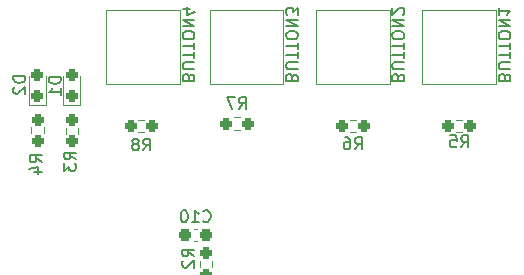
<source format=gbo>
%TF.GenerationSoftware,KiCad,Pcbnew,(7.0.0)*%
%TF.CreationDate,2023-05-09T15:07:27+03:00*%
%TF.ProjectId,IoT_sulari,496f545f-7375-46c6-9172-692e6b696361,rev?*%
%TF.SameCoordinates,Original*%
%TF.FileFunction,Legend,Bot*%
%TF.FilePolarity,Positive*%
%FSLAX46Y46*%
G04 Gerber Fmt 4.6, Leading zero omitted, Abs format (unit mm)*
G04 Created by KiCad (PCBNEW (7.0.0)) date 2023-05-09 15:07:27*
%MOMM*%
%LPD*%
G01*
G04 APERTURE LIST*
G04 Aperture macros list*
%AMRoundRect*
0 Rectangle with rounded corners*
0 $1 Rounding radius*
0 $2 $3 $4 $5 $6 $7 $8 $9 X,Y pos of 4 corners*
0 Add a 4 corners polygon primitive as box body*
4,1,4,$2,$3,$4,$5,$6,$7,$8,$9,$2,$3,0*
0 Add four circle primitives for the rounded corners*
1,1,$1+$1,$2,$3*
1,1,$1+$1,$4,$5*
1,1,$1+$1,$6,$7*
1,1,$1+$1,$8,$9*
0 Add four rect primitives between the rounded corners*
20,1,$1+$1,$2,$3,$4,$5,0*
20,1,$1+$1,$4,$5,$6,$7,0*
20,1,$1+$1,$6,$7,$8,$9,0*
20,1,$1+$1,$8,$9,$2,$3,0*%
G04 Aperture macros list end*
%ADD10C,0.153000*%
%ADD11C,0.120000*%
%ADD12C,0.800000*%
%ADD13C,6.400000*%
%ADD14RoundRect,0.237500X-0.237500X0.250000X-0.237500X-0.250000X0.237500X-0.250000X0.237500X0.250000X0*%
%ADD15RoundRect,0.237500X-0.250000X-0.237500X0.250000X-0.237500X0.250000X0.237500X-0.250000X0.237500X0*%
%ADD16RoundRect,0.237500X0.250000X0.237500X-0.250000X0.237500X-0.250000X-0.237500X0.250000X-0.237500X0*%
%ADD17RoundRect,0.237500X0.237500X-0.287500X0.237500X0.287500X-0.237500X0.287500X-0.237500X-0.287500X0*%
%ADD18R,0.761200X1.512799*%
%ADD19RoundRect,0.237500X0.300000X0.237500X-0.300000X0.237500X-0.300000X-0.237500X0.300000X-0.237500X0*%
G04 APERTURE END LIST*
D10*
X108017886Y-43552771D02*
X107970267Y-43409914D01*
X107970267Y-43409914D02*
X107922648Y-43362295D01*
X107922648Y-43362295D02*
X107827410Y-43314676D01*
X107827410Y-43314676D02*
X107684553Y-43314676D01*
X107684553Y-43314676D02*
X107589315Y-43362295D01*
X107589315Y-43362295D02*
X107541696Y-43409914D01*
X107541696Y-43409914D02*
X107494077Y-43505152D01*
X107494077Y-43505152D02*
X107494077Y-43886104D01*
X107494077Y-43886104D02*
X108494077Y-43886104D01*
X108494077Y-43886104D02*
X108494077Y-43552771D01*
X108494077Y-43552771D02*
X108446458Y-43457533D01*
X108446458Y-43457533D02*
X108398838Y-43409914D01*
X108398838Y-43409914D02*
X108303600Y-43362295D01*
X108303600Y-43362295D02*
X108208362Y-43362295D01*
X108208362Y-43362295D02*
X108113124Y-43409914D01*
X108113124Y-43409914D02*
X108065505Y-43457533D01*
X108065505Y-43457533D02*
X108017886Y-43552771D01*
X108017886Y-43552771D02*
X108017886Y-43886104D01*
X108494077Y-42886104D02*
X107684553Y-42886104D01*
X107684553Y-42886104D02*
X107589315Y-42838485D01*
X107589315Y-42838485D02*
X107541696Y-42790866D01*
X107541696Y-42790866D02*
X107494077Y-42695628D01*
X107494077Y-42695628D02*
X107494077Y-42505152D01*
X107494077Y-42505152D02*
X107541696Y-42409914D01*
X107541696Y-42409914D02*
X107589315Y-42362295D01*
X107589315Y-42362295D02*
X107684553Y-42314676D01*
X107684553Y-42314676D02*
X108494077Y-42314676D01*
X108494077Y-41981342D02*
X108494077Y-41409914D01*
X107494077Y-41695628D02*
X108494077Y-41695628D01*
X108494077Y-41219437D02*
X108494077Y-40648009D01*
X107494077Y-40933723D02*
X108494077Y-40933723D01*
X108494077Y-40124199D02*
X108494077Y-39933723D01*
X108494077Y-39933723D02*
X108446458Y-39838485D01*
X108446458Y-39838485D02*
X108351219Y-39743247D01*
X108351219Y-39743247D02*
X108160743Y-39695628D01*
X108160743Y-39695628D02*
X107827410Y-39695628D01*
X107827410Y-39695628D02*
X107636934Y-39743247D01*
X107636934Y-39743247D02*
X107541696Y-39838485D01*
X107541696Y-39838485D02*
X107494077Y-39933723D01*
X107494077Y-39933723D02*
X107494077Y-40124199D01*
X107494077Y-40124199D02*
X107541696Y-40219437D01*
X107541696Y-40219437D02*
X107636934Y-40314675D01*
X107636934Y-40314675D02*
X107827410Y-40362294D01*
X107827410Y-40362294D02*
X108160743Y-40362294D01*
X108160743Y-40362294D02*
X108351219Y-40314675D01*
X108351219Y-40314675D02*
X108446458Y-40219437D01*
X108446458Y-40219437D02*
X108494077Y-40124199D01*
X107494077Y-39267056D02*
X108494077Y-39267056D01*
X108494077Y-39267056D02*
X107494077Y-38695628D01*
X107494077Y-38695628D02*
X108494077Y-38695628D01*
X108160743Y-37790866D02*
X107494077Y-37790866D01*
X108541696Y-38028961D02*
X107827410Y-38267056D01*
X107827410Y-38267056D02*
X107827410Y-37648009D01*
X116770386Y-43552771D02*
X116722767Y-43409914D01*
X116722767Y-43409914D02*
X116675148Y-43362295D01*
X116675148Y-43362295D02*
X116579910Y-43314676D01*
X116579910Y-43314676D02*
X116437053Y-43314676D01*
X116437053Y-43314676D02*
X116341815Y-43362295D01*
X116341815Y-43362295D02*
X116294196Y-43409914D01*
X116294196Y-43409914D02*
X116246577Y-43505152D01*
X116246577Y-43505152D02*
X116246577Y-43886104D01*
X116246577Y-43886104D02*
X117246577Y-43886104D01*
X117246577Y-43886104D02*
X117246577Y-43552771D01*
X117246577Y-43552771D02*
X117198958Y-43457533D01*
X117198958Y-43457533D02*
X117151338Y-43409914D01*
X117151338Y-43409914D02*
X117056100Y-43362295D01*
X117056100Y-43362295D02*
X116960862Y-43362295D01*
X116960862Y-43362295D02*
X116865624Y-43409914D01*
X116865624Y-43409914D02*
X116818005Y-43457533D01*
X116818005Y-43457533D02*
X116770386Y-43552771D01*
X116770386Y-43552771D02*
X116770386Y-43886104D01*
X117246577Y-42886104D02*
X116437053Y-42886104D01*
X116437053Y-42886104D02*
X116341815Y-42838485D01*
X116341815Y-42838485D02*
X116294196Y-42790866D01*
X116294196Y-42790866D02*
X116246577Y-42695628D01*
X116246577Y-42695628D02*
X116246577Y-42505152D01*
X116246577Y-42505152D02*
X116294196Y-42409914D01*
X116294196Y-42409914D02*
X116341815Y-42362295D01*
X116341815Y-42362295D02*
X116437053Y-42314676D01*
X116437053Y-42314676D02*
X117246577Y-42314676D01*
X117246577Y-41981342D02*
X117246577Y-41409914D01*
X116246577Y-41695628D02*
X117246577Y-41695628D01*
X117246577Y-41219437D02*
X117246577Y-40648009D01*
X116246577Y-40933723D02*
X117246577Y-40933723D01*
X117246577Y-40124199D02*
X117246577Y-39933723D01*
X117246577Y-39933723D02*
X117198958Y-39838485D01*
X117198958Y-39838485D02*
X117103719Y-39743247D01*
X117103719Y-39743247D02*
X116913243Y-39695628D01*
X116913243Y-39695628D02*
X116579910Y-39695628D01*
X116579910Y-39695628D02*
X116389434Y-39743247D01*
X116389434Y-39743247D02*
X116294196Y-39838485D01*
X116294196Y-39838485D02*
X116246577Y-39933723D01*
X116246577Y-39933723D02*
X116246577Y-40124199D01*
X116246577Y-40124199D02*
X116294196Y-40219437D01*
X116294196Y-40219437D02*
X116389434Y-40314675D01*
X116389434Y-40314675D02*
X116579910Y-40362294D01*
X116579910Y-40362294D02*
X116913243Y-40362294D01*
X116913243Y-40362294D02*
X117103719Y-40314675D01*
X117103719Y-40314675D02*
X117198958Y-40219437D01*
X117198958Y-40219437D02*
X117246577Y-40124199D01*
X116246577Y-39267056D02*
X117246577Y-39267056D01*
X117246577Y-39267056D02*
X116246577Y-38695628D01*
X116246577Y-38695628D02*
X117246577Y-38695628D01*
X117246577Y-38314675D02*
X117246577Y-37695628D01*
X117246577Y-37695628D02*
X116865624Y-38028961D01*
X116865624Y-38028961D02*
X116865624Y-37886104D01*
X116865624Y-37886104D02*
X116818005Y-37790866D01*
X116818005Y-37790866D02*
X116770386Y-37743247D01*
X116770386Y-37743247D02*
X116675148Y-37695628D01*
X116675148Y-37695628D02*
X116437053Y-37695628D01*
X116437053Y-37695628D02*
X116341815Y-37743247D01*
X116341815Y-37743247D02*
X116294196Y-37790866D01*
X116294196Y-37790866D02*
X116246577Y-37886104D01*
X116246577Y-37886104D02*
X116246577Y-38171818D01*
X116246577Y-38171818D02*
X116294196Y-38267056D01*
X116294196Y-38267056D02*
X116341815Y-38314675D01*
X134770386Y-43552771D02*
X134722767Y-43409914D01*
X134722767Y-43409914D02*
X134675148Y-43362295D01*
X134675148Y-43362295D02*
X134579910Y-43314676D01*
X134579910Y-43314676D02*
X134437053Y-43314676D01*
X134437053Y-43314676D02*
X134341815Y-43362295D01*
X134341815Y-43362295D02*
X134294196Y-43409914D01*
X134294196Y-43409914D02*
X134246577Y-43505152D01*
X134246577Y-43505152D02*
X134246577Y-43886104D01*
X134246577Y-43886104D02*
X135246577Y-43886104D01*
X135246577Y-43886104D02*
X135246577Y-43552771D01*
X135246577Y-43552771D02*
X135198958Y-43457533D01*
X135198958Y-43457533D02*
X135151338Y-43409914D01*
X135151338Y-43409914D02*
X135056100Y-43362295D01*
X135056100Y-43362295D02*
X134960862Y-43362295D01*
X134960862Y-43362295D02*
X134865624Y-43409914D01*
X134865624Y-43409914D02*
X134818005Y-43457533D01*
X134818005Y-43457533D02*
X134770386Y-43552771D01*
X134770386Y-43552771D02*
X134770386Y-43886104D01*
X135246577Y-42886104D02*
X134437053Y-42886104D01*
X134437053Y-42886104D02*
X134341815Y-42838485D01*
X134341815Y-42838485D02*
X134294196Y-42790866D01*
X134294196Y-42790866D02*
X134246577Y-42695628D01*
X134246577Y-42695628D02*
X134246577Y-42505152D01*
X134246577Y-42505152D02*
X134294196Y-42409914D01*
X134294196Y-42409914D02*
X134341815Y-42362295D01*
X134341815Y-42362295D02*
X134437053Y-42314676D01*
X134437053Y-42314676D02*
X135246577Y-42314676D01*
X135246577Y-41981342D02*
X135246577Y-41409914D01*
X134246577Y-41695628D02*
X135246577Y-41695628D01*
X135246577Y-41219437D02*
X135246577Y-40648009D01*
X134246577Y-40933723D02*
X135246577Y-40933723D01*
X135246577Y-40124199D02*
X135246577Y-39933723D01*
X135246577Y-39933723D02*
X135198958Y-39838485D01*
X135198958Y-39838485D02*
X135103719Y-39743247D01*
X135103719Y-39743247D02*
X134913243Y-39695628D01*
X134913243Y-39695628D02*
X134579910Y-39695628D01*
X134579910Y-39695628D02*
X134389434Y-39743247D01*
X134389434Y-39743247D02*
X134294196Y-39838485D01*
X134294196Y-39838485D02*
X134246577Y-39933723D01*
X134246577Y-39933723D02*
X134246577Y-40124199D01*
X134246577Y-40124199D02*
X134294196Y-40219437D01*
X134294196Y-40219437D02*
X134389434Y-40314675D01*
X134389434Y-40314675D02*
X134579910Y-40362294D01*
X134579910Y-40362294D02*
X134913243Y-40362294D01*
X134913243Y-40362294D02*
X135103719Y-40314675D01*
X135103719Y-40314675D02*
X135198958Y-40219437D01*
X135198958Y-40219437D02*
X135246577Y-40124199D01*
X134246577Y-39267056D02*
X135246577Y-39267056D01*
X135246577Y-39267056D02*
X134246577Y-38695628D01*
X134246577Y-38695628D02*
X135246577Y-38695628D01*
X134246577Y-37695628D02*
X134246577Y-38267056D01*
X134246577Y-37981342D02*
X135246577Y-37981342D01*
X135246577Y-37981342D02*
X135103719Y-38076580D01*
X135103719Y-38076580D02*
X135008481Y-38171818D01*
X135008481Y-38171818D02*
X134960862Y-38267056D01*
X125770386Y-43552771D02*
X125722767Y-43409914D01*
X125722767Y-43409914D02*
X125675148Y-43362295D01*
X125675148Y-43362295D02*
X125579910Y-43314676D01*
X125579910Y-43314676D02*
X125437053Y-43314676D01*
X125437053Y-43314676D02*
X125341815Y-43362295D01*
X125341815Y-43362295D02*
X125294196Y-43409914D01*
X125294196Y-43409914D02*
X125246577Y-43505152D01*
X125246577Y-43505152D02*
X125246577Y-43886104D01*
X125246577Y-43886104D02*
X126246577Y-43886104D01*
X126246577Y-43886104D02*
X126246577Y-43552771D01*
X126246577Y-43552771D02*
X126198958Y-43457533D01*
X126198958Y-43457533D02*
X126151338Y-43409914D01*
X126151338Y-43409914D02*
X126056100Y-43362295D01*
X126056100Y-43362295D02*
X125960862Y-43362295D01*
X125960862Y-43362295D02*
X125865624Y-43409914D01*
X125865624Y-43409914D02*
X125818005Y-43457533D01*
X125818005Y-43457533D02*
X125770386Y-43552771D01*
X125770386Y-43552771D02*
X125770386Y-43886104D01*
X126246577Y-42886104D02*
X125437053Y-42886104D01*
X125437053Y-42886104D02*
X125341815Y-42838485D01*
X125341815Y-42838485D02*
X125294196Y-42790866D01*
X125294196Y-42790866D02*
X125246577Y-42695628D01*
X125246577Y-42695628D02*
X125246577Y-42505152D01*
X125246577Y-42505152D02*
X125294196Y-42409914D01*
X125294196Y-42409914D02*
X125341815Y-42362295D01*
X125341815Y-42362295D02*
X125437053Y-42314676D01*
X125437053Y-42314676D02*
X126246577Y-42314676D01*
X126246577Y-41981342D02*
X126246577Y-41409914D01*
X125246577Y-41695628D02*
X126246577Y-41695628D01*
X126246577Y-41219437D02*
X126246577Y-40648009D01*
X125246577Y-40933723D02*
X126246577Y-40933723D01*
X126246577Y-40124199D02*
X126246577Y-39933723D01*
X126246577Y-39933723D02*
X126198958Y-39838485D01*
X126198958Y-39838485D02*
X126103719Y-39743247D01*
X126103719Y-39743247D02*
X125913243Y-39695628D01*
X125913243Y-39695628D02*
X125579910Y-39695628D01*
X125579910Y-39695628D02*
X125389434Y-39743247D01*
X125389434Y-39743247D02*
X125294196Y-39838485D01*
X125294196Y-39838485D02*
X125246577Y-39933723D01*
X125246577Y-39933723D02*
X125246577Y-40124199D01*
X125246577Y-40124199D02*
X125294196Y-40219437D01*
X125294196Y-40219437D02*
X125389434Y-40314675D01*
X125389434Y-40314675D02*
X125579910Y-40362294D01*
X125579910Y-40362294D02*
X125913243Y-40362294D01*
X125913243Y-40362294D02*
X126103719Y-40314675D01*
X126103719Y-40314675D02*
X126198958Y-40219437D01*
X126198958Y-40219437D02*
X126246577Y-40124199D01*
X125246577Y-39267056D02*
X126246577Y-39267056D01*
X126246577Y-39267056D02*
X125246577Y-38695628D01*
X125246577Y-38695628D02*
X126246577Y-38695628D01*
X126151338Y-38267056D02*
X126198958Y-38219437D01*
X126198958Y-38219437D02*
X126246577Y-38124199D01*
X126246577Y-38124199D02*
X126246577Y-37886104D01*
X126246577Y-37886104D02*
X126198958Y-37790866D01*
X126198958Y-37790866D02*
X126151338Y-37743247D01*
X126151338Y-37743247D02*
X126056100Y-37695628D01*
X126056100Y-37695628D02*
X125960862Y-37695628D01*
X125960862Y-37695628D02*
X125818005Y-37743247D01*
X125818005Y-37743247D02*
X125246577Y-38314675D01*
X125246577Y-38314675D02*
X125246577Y-37695628D01*
%TO.C,R2*%
X108467380Y-58733333D02*
X107991190Y-58400000D01*
X108467380Y-58161905D02*
X107467380Y-58161905D01*
X107467380Y-58161905D02*
X107467380Y-58542857D01*
X107467380Y-58542857D02*
X107515000Y-58638095D01*
X107515000Y-58638095D02*
X107562619Y-58685714D01*
X107562619Y-58685714D02*
X107657857Y-58733333D01*
X107657857Y-58733333D02*
X107800714Y-58733333D01*
X107800714Y-58733333D02*
X107895952Y-58685714D01*
X107895952Y-58685714D02*
X107943571Y-58638095D01*
X107943571Y-58638095D02*
X107991190Y-58542857D01*
X107991190Y-58542857D02*
X107991190Y-58161905D01*
X107562619Y-59114286D02*
X107515000Y-59161905D01*
X107515000Y-59161905D02*
X107467380Y-59257143D01*
X107467380Y-59257143D02*
X107467380Y-59495238D01*
X107467380Y-59495238D02*
X107515000Y-59590476D01*
X107515000Y-59590476D02*
X107562619Y-59638095D01*
X107562619Y-59638095D02*
X107657857Y-59685714D01*
X107657857Y-59685714D02*
X107753095Y-59685714D01*
X107753095Y-59685714D02*
X107895952Y-59638095D01*
X107895952Y-59638095D02*
X108467380Y-59066667D01*
X108467380Y-59066667D02*
X108467380Y-59685714D01*
%TO.C,R8*%
X104166666Y-49767380D02*
X104499999Y-49291190D01*
X104738094Y-49767380D02*
X104738094Y-48767380D01*
X104738094Y-48767380D02*
X104357142Y-48767380D01*
X104357142Y-48767380D02*
X104261904Y-48815000D01*
X104261904Y-48815000D02*
X104214285Y-48862619D01*
X104214285Y-48862619D02*
X104166666Y-48957857D01*
X104166666Y-48957857D02*
X104166666Y-49100714D01*
X104166666Y-49100714D02*
X104214285Y-49195952D01*
X104214285Y-49195952D02*
X104261904Y-49243571D01*
X104261904Y-49243571D02*
X104357142Y-49291190D01*
X104357142Y-49291190D02*
X104738094Y-49291190D01*
X103595237Y-49195952D02*
X103690475Y-49148333D01*
X103690475Y-49148333D02*
X103738094Y-49100714D01*
X103738094Y-49100714D02*
X103785713Y-49005476D01*
X103785713Y-49005476D02*
X103785713Y-48957857D01*
X103785713Y-48957857D02*
X103738094Y-48862619D01*
X103738094Y-48862619D02*
X103690475Y-48815000D01*
X103690475Y-48815000D02*
X103595237Y-48767380D01*
X103595237Y-48767380D02*
X103404761Y-48767380D01*
X103404761Y-48767380D02*
X103309523Y-48815000D01*
X103309523Y-48815000D02*
X103261904Y-48862619D01*
X103261904Y-48862619D02*
X103214285Y-48957857D01*
X103214285Y-48957857D02*
X103214285Y-49005476D01*
X103214285Y-49005476D02*
X103261904Y-49100714D01*
X103261904Y-49100714D02*
X103309523Y-49148333D01*
X103309523Y-49148333D02*
X103404761Y-49195952D01*
X103404761Y-49195952D02*
X103595237Y-49195952D01*
X103595237Y-49195952D02*
X103690475Y-49243571D01*
X103690475Y-49243571D02*
X103738094Y-49291190D01*
X103738094Y-49291190D02*
X103785713Y-49386428D01*
X103785713Y-49386428D02*
X103785713Y-49576904D01*
X103785713Y-49576904D02*
X103738094Y-49672142D01*
X103738094Y-49672142D02*
X103690475Y-49719761D01*
X103690475Y-49719761D02*
X103595237Y-49767380D01*
X103595237Y-49767380D02*
X103404761Y-49767380D01*
X103404761Y-49767380D02*
X103309523Y-49719761D01*
X103309523Y-49719761D02*
X103261904Y-49672142D01*
X103261904Y-49672142D02*
X103214285Y-49576904D01*
X103214285Y-49576904D02*
X103214285Y-49386428D01*
X103214285Y-49386428D02*
X103261904Y-49291190D01*
X103261904Y-49291190D02*
X103309523Y-49243571D01*
X103309523Y-49243571D02*
X103404761Y-49195952D01*
%TO.C,R7*%
X112254166Y-46267380D02*
X112587499Y-45791190D01*
X112825594Y-46267380D02*
X112825594Y-45267380D01*
X112825594Y-45267380D02*
X112444642Y-45267380D01*
X112444642Y-45267380D02*
X112349404Y-45315000D01*
X112349404Y-45315000D02*
X112301785Y-45362619D01*
X112301785Y-45362619D02*
X112254166Y-45457857D01*
X112254166Y-45457857D02*
X112254166Y-45600714D01*
X112254166Y-45600714D02*
X112301785Y-45695952D01*
X112301785Y-45695952D02*
X112349404Y-45743571D01*
X112349404Y-45743571D02*
X112444642Y-45791190D01*
X112444642Y-45791190D02*
X112825594Y-45791190D01*
X111920832Y-45267380D02*
X111254166Y-45267380D01*
X111254166Y-45267380D02*
X111682737Y-46267380D01*
%TO.C,D1*%
X97167380Y-43561905D02*
X96167380Y-43561905D01*
X96167380Y-43561905D02*
X96167380Y-43800000D01*
X96167380Y-43800000D02*
X96215000Y-43942857D01*
X96215000Y-43942857D02*
X96310238Y-44038095D01*
X96310238Y-44038095D02*
X96405476Y-44085714D01*
X96405476Y-44085714D02*
X96595952Y-44133333D01*
X96595952Y-44133333D02*
X96738809Y-44133333D01*
X96738809Y-44133333D02*
X96929285Y-44085714D01*
X96929285Y-44085714D02*
X97024523Y-44038095D01*
X97024523Y-44038095D02*
X97119761Y-43942857D01*
X97119761Y-43942857D02*
X97167380Y-43800000D01*
X97167380Y-43800000D02*
X97167380Y-43561905D01*
X97167380Y-45085714D02*
X97167380Y-44514286D01*
X97167380Y-44800000D02*
X96167380Y-44800000D01*
X96167380Y-44800000D02*
X96310238Y-44704762D01*
X96310238Y-44704762D02*
X96405476Y-44609524D01*
X96405476Y-44609524D02*
X96453095Y-44514286D01*
%TO.C,C10*%
X109242857Y-55742142D02*
X109290476Y-55789761D01*
X109290476Y-55789761D02*
X109433333Y-55837380D01*
X109433333Y-55837380D02*
X109528571Y-55837380D01*
X109528571Y-55837380D02*
X109671428Y-55789761D01*
X109671428Y-55789761D02*
X109766666Y-55694523D01*
X109766666Y-55694523D02*
X109814285Y-55599285D01*
X109814285Y-55599285D02*
X109861904Y-55408809D01*
X109861904Y-55408809D02*
X109861904Y-55265952D01*
X109861904Y-55265952D02*
X109814285Y-55075476D01*
X109814285Y-55075476D02*
X109766666Y-54980238D01*
X109766666Y-54980238D02*
X109671428Y-54885000D01*
X109671428Y-54885000D02*
X109528571Y-54837380D01*
X109528571Y-54837380D02*
X109433333Y-54837380D01*
X109433333Y-54837380D02*
X109290476Y-54885000D01*
X109290476Y-54885000D02*
X109242857Y-54932619D01*
X108290476Y-55837380D02*
X108861904Y-55837380D01*
X108576190Y-55837380D02*
X108576190Y-54837380D01*
X108576190Y-54837380D02*
X108671428Y-54980238D01*
X108671428Y-54980238D02*
X108766666Y-55075476D01*
X108766666Y-55075476D02*
X108861904Y-55123095D01*
X107671428Y-54837380D02*
X107576190Y-54837380D01*
X107576190Y-54837380D02*
X107480952Y-54885000D01*
X107480952Y-54885000D02*
X107433333Y-54932619D01*
X107433333Y-54932619D02*
X107385714Y-55027857D01*
X107385714Y-55027857D02*
X107338095Y-55218333D01*
X107338095Y-55218333D02*
X107338095Y-55456428D01*
X107338095Y-55456428D02*
X107385714Y-55646904D01*
X107385714Y-55646904D02*
X107433333Y-55742142D01*
X107433333Y-55742142D02*
X107480952Y-55789761D01*
X107480952Y-55789761D02*
X107576190Y-55837380D01*
X107576190Y-55837380D02*
X107671428Y-55837380D01*
X107671428Y-55837380D02*
X107766666Y-55789761D01*
X107766666Y-55789761D02*
X107814285Y-55742142D01*
X107814285Y-55742142D02*
X107861904Y-55646904D01*
X107861904Y-55646904D02*
X107909523Y-55456428D01*
X107909523Y-55456428D02*
X107909523Y-55218333D01*
X107909523Y-55218333D02*
X107861904Y-55027857D01*
X107861904Y-55027857D02*
X107814285Y-54932619D01*
X107814285Y-54932619D02*
X107766666Y-54885000D01*
X107766666Y-54885000D02*
X107671428Y-54837380D01*
%TO.C,R5*%
X131066666Y-49497380D02*
X131399999Y-49021190D01*
X131638094Y-49497380D02*
X131638094Y-48497380D01*
X131638094Y-48497380D02*
X131257142Y-48497380D01*
X131257142Y-48497380D02*
X131161904Y-48545000D01*
X131161904Y-48545000D02*
X131114285Y-48592619D01*
X131114285Y-48592619D02*
X131066666Y-48687857D01*
X131066666Y-48687857D02*
X131066666Y-48830714D01*
X131066666Y-48830714D02*
X131114285Y-48925952D01*
X131114285Y-48925952D02*
X131161904Y-48973571D01*
X131161904Y-48973571D02*
X131257142Y-49021190D01*
X131257142Y-49021190D02*
X131638094Y-49021190D01*
X130161904Y-48497380D02*
X130638094Y-48497380D01*
X130638094Y-48497380D02*
X130685713Y-48973571D01*
X130685713Y-48973571D02*
X130638094Y-48925952D01*
X130638094Y-48925952D02*
X130542856Y-48878333D01*
X130542856Y-48878333D02*
X130304761Y-48878333D01*
X130304761Y-48878333D02*
X130209523Y-48925952D01*
X130209523Y-48925952D02*
X130161904Y-48973571D01*
X130161904Y-48973571D02*
X130114285Y-49068809D01*
X130114285Y-49068809D02*
X130114285Y-49306904D01*
X130114285Y-49306904D02*
X130161904Y-49402142D01*
X130161904Y-49402142D02*
X130209523Y-49449761D01*
X130209523Y-49449761D02*
X130304761Y-49497380D01*
X130304761Y-49497380D02*
X130542856Y-49497380D01*
X130542856Y-49497380D02*
X130638094Y-49449761D01*
X130638094Y-49449761D02*
X130685713Y-49402142D01*
%TO.C,R6*%
X122071424Y-49667380D02*
X122404757Y-49191190D01*
X122642852Y-49667380D02*
X122642852Y-48667380D01*
X122642852Y-48667380D02*
X122261900Y-48667380D01*
X122261900Y-48667380D02*
X122166662Y-48715000D01*
X122166662Y-48715000D02*
X122119043Y-48762619D01*
X122119043Y-48762619D02*
X122071424Y-48857857D01*
X122071424Y-48857857D02*
X122071424Y-49000714D01*
X122071424Y-49000714D02*
X122119043Y-49095952D01*
X122119043Y-49095952D02*
X122166662Y-49143571D01*
X122166662Y-49143571D02*
X122261900Y-49191190D01*
X122261900Y-49191190D02*
X122642852Y-49191190D01*
X121214281Y-48667380D02*
X121404757Y-48667380D01*
X121404757Y-48667380D02*
X121499995Y-48715000D01*
X121499995Y-48715000D02*
X121547614Y-48762619D01*
X121547614Y-48762619D02*
X121642852Y-48905476D01*
X121642852Y-48905476D02*
X121690471Y-49095952D01*
X121690471Y-49095952D02*
X121690471Y-49476904D01*
X121690471Y-49476904D02*
X121642852Y-49572142D01*
X121642852Y-49572142D02*
X121595233Y-49619761D01*
X121595233Y-49619761D02*
X121499995Y-49667380D01*
X121499995Y-49667380D02*
X121309519Y-49667380D01*
X121309519Y-49667380D02*
X121214281Y-49619761D01*
X121214281Y-49619761D02*
X121166662Y-49572142D01*
X121166662Y-49572142D02*
X121119043Y-49476904D01*
X121119043Y-49476904D02*
X121119043Y-49238809D01*
X121119043Y-49238809D02*
X121166662Y-49143571D01*
X121166662Y-49143571D02*
X121214281Y-49095952D01*
X121214281Y-49095952D02*
X121309519Y-49048333D01*
X121309519Y-49048333D02*
X121499995Y-49048333D01*
X121499995Y-49048333D02*
X121595233Y-49095952D01*
X121595233Y-49095952D02*
X121642852Y-49143571D01*
X121642852Y-49143571D02*
X121690471Y-49238809D01*
%TO.C,D2*%
X94167380Y-43461905D02*
X93167380Y-43461905D01*
X93167380Y-43461905D02*
X93167380Y-43700000D01*
X93167380Y-43700000D02*
X93215000Y-43842857D01*
X93215000Y-43842857D02*
X93310238Y-43938095D01*
X93310238Y-43938095D02*
X93405476Y-43985714D01*
X93405476Y-43985714D02*
X93595952Y-44033333D01*
X93595952Y-44033333D02*
X93738809Y-44033333D01*
X93738809Y-44033333D02*
X93929285Y-43985714D01*
X93929285Y-43985714D02*
X94024523Y-43938095D01*
X94024523Y-43938095D02*
X94119761Y-43842857D01*
X94119761Y-43842857D02*
X94167380Y-43700000D01*
X94167380Y-43700000D02*
X94167380Y-43461905D01*
X93262619Y-44414286D02*
X93215000Y-44461905D01*
X93215000Y-44461905D02*
X93167380Y-44557143D01*
X93167380Y-44557143D02*
X93167380Y-44795238D01*
X93167380Y-44795238D02*
X93215000Y-44890476D01*
X93215000Y-44890476D02*
X93262619Y-44938095D01*
X93262619Y-44938095D02*
X93357857Y-44985714D01*
X93357857Y-44985714D02*
X93453095Y-44985714D01*
X93453095Y-44985714D02*
X93595952Y-44938095D01*
X93595952Y-44938095D02*
X94167380Y-44366667D01*
X94167380Y-44366667D02*
X94167380Y-44985714D01*
%TO.C,R3*%
X98467380Y-50533333D02*
X97991190Y-50200000D01*
X98467380Y-49961905D02*
X97467380Y-49961905D01*
X97467380Y-49961905D02*
X97467380Y-50342857D01*
X97467380Y-50342857D02*
X97515000Y-50438095D01*
X97515000Y-50438095D02*
X97562619Y-50485714D01*
X97562619Y-50485714D02*
X97657857Y-50533333D01*
X97657857Y-50533333D02*
X97800714Y-50533333D01*
X97800714Y-50533333D02*
X97895952Y-50485714D01*
X97895952Y-50485714D02*
X97943571Y-50438095D01*
X97943571Y-50438095D02*
X97991190Y-50342857D01*
X97991190Y-50342857D02*
X97991190Y-49961905D01*
X97467380Y-50866667D02*
X97467380Y-51485714D01*
X97467380Y-51485714D02*
X97848333Y-51152381D01*
X97848333Y-51152381D02*
X97848333Y-51295238D01*
X97848333Y-51295238D02*
X97895952Y-51390476D01*
X97895952Y-51390476D02*
X97943571Y-51438095D01*
X97943571Y-51438095D02*
X98038809Y-51485714D01*
X98038809Y-51485714D02*
X98276904Y-51485714D01*
X98276904Y-51485714D02*
X98372142Y-51438095D01*
X98372142Y-51438095D02*
X98419761Y-51390476D01*
X98419761Y-51390476D02*
X98467380Y-51295238D01*
X98467380Y-51295238D02*
X98467380Y-51009524D01*
X98467380Y-51009524D02*
X98419761Y-50914286D01*
X98419761Y-50914286D02*
X98372142Y-50866667D01*
%TO.C,R4*%
X95567380Y-50758333D02*
X95091190Y-50425000D01*
X95567380Y-50186905D02*
X94567380Y-50186905D01*
X94567380Y-50186905D02*
X94567380Y-50567857D01*
X94567380Y-50567857D02*
X94615000Y-50663095D01*
X94615000Y-50663095D02*
X94662619Y-50710714D01*
X94662619Y-50710714D02*
X94757857Y-50758333D01*
X94757857Y-50758333D02*
X94900714Y-50758333D01*
X94900714Y-50758333D02*
X94995952Y-50710714D01*
X94995952Y-50710714D02*
X95043571Y-50663095D01*
X95043571Y-50663095D02*
X95091190Y-50567857D01*
X95091190Y-50567857D02*
X95091190Y-50186905D01*
X94900714Y-51615476D02*
X95567380Y-51615476D01*
X94519761Y-51377381D02*
X95234047Y-51139286D01*
X95234047Y-51139286D02*
X95234047Y-51758333D01*
D11*
%TO.C,R2*%
X110022500Y-59145276D02*
X110022500Y-59654724D01*
X108977500Y-59145276D02*
X108977500Y-59654724D01*
%TO.C,R8*%
X103745276Y-47177500D02*
X104254724Y-47177500D01*
X103745276Y-48222500D02*
X104254724Y-48222500D01*
%TO.C,R7*%
X112342224Y-48022500D02*
X111832776Y-48022500D01*
X112342224Y-46977500D02*
X111832776Y-46977500D01*
%TO.C,D1*%
X97365000Y-45960000D02*
X97365000Y-43500000D01*
X98835000Y-45960000D02*
X97365000Y-45960000D01*
X98835000Y-43500000D02*
X98835000Y-45960000D01*
%TO.C,SW2*%
X134028958Y-37875800D02*
X134028958Y-44124200D01*
X127780558Y-37875800D02*
X134028958Y-37875800D01*
X134028958Y-44124200D02*
X127780558Y-44124200D01*
X127780558Y-44124200D02*
X127780558Y-37875800D01*
%TO.C,C10*%
X108746267Y-57410000D02*
X108453733Y-57410000D01*
X108746267Y-56390000D02*
X108453733Y-56390000D01*
%TO.C,SW3*%
X125028958Y-37875800D02*
X125028958Y-44124200D01*
X118780558Y-37875800D02*
X125028958Y-37875800D01*
X125028958Y-44124200D02*
X118780558Y-44124200D01*
X118780558Y-44124200D02*
X118780558Y-37875800D01*
%TO.C,R5*%
X130645276Y-47177500D02*
X131154724Y-47177500D01*
X130645276Y-48222500D02*
X131154724Y-48222500D01*
%TO.C,R6*%
X121650034Y-47177500D02*
X122159482Y-47177500D01*
X121650034Y-48222500D02*
X122159482Y-48222500D01*
%TO.C,SW5*%
X107276458Y-37875800D02*
X107276458Y-44124200D01*
X101028058Y-37875800D02*
X107276458Y-37875800D01*
X107276458Y-44124200D02*
X101028058Y-44124200D01*
X101028058Y-44124200D02*
X101028058Y-37875800D01*
%TO.C,SW4*%
X116028958Y-37875800D02*
X116028958Y-44124200D01*
X109780558Y-37875800D02*
X116028958Y-37875800D01*
X116028958Y-44124200D02*
X109780558Y-44124200D01*
X109780558Y-44124200D02*
X109780558Y-37875800D01*
%TO.C,D2*%
X94465000Y-45960000D02*
X94465000Y-43500000D01*
X95935000Y-45960000D02*
X94465000Y-45960000D01*
X95935000Y-43500000D02*
X95935000Y-45960000D01*
%TO.C,R3*%
X98647500Y-47845276D02*
X98647500Y-48354724D01*
X97602500Y-47845276D02*
X97602500Y-48354724D01*
%TO.C,R4*%
X95732500Y-47827776D02*
X95732500Y-48337224D01*
X94687500Y-47827776D02*
X94687500Y-48337224D01*
%TD*%
%LPC*%
D12*
%TO.C,H4*%
X93800000Y-72000000D03*
X94502944Y-70302944D03*
X94502944Y-73697056D03*
X96200000Y-69600000D03*
D13*
X96200000Y-72000000D03*
D12*
X96200000Y-74400000D03*
X97897056Y-70302944D03*
X97897056Y-73697056D03*
X98600000Y-72000000D03*
%TD*%
%TO.C,H1*%
X93800000Y-39000000D03*
X94502944Y-37302944D03*
X94502944Y-40697056D03*
X96200000Y-36600000D03*
D13*
X96200000Y-39000000D03*
D12*
X96200000Y-41400000D03*
X97897056Y-37302944D03*
X97897056Y-40697056D03*
X98600000Y-39000000D03*
%TD*%
%TO.C,H2*%
X136600000Y-39000000D03*
X137302944Y-37302944D03*
X137302944Y-40697056D03*
X139000000Y-36600000D03*
D13*
X139000000Y-39000000D03*
D12*
X139000000Y-41400000D03*
X140697056Y-37302944D03*
X140697056Y-40697056D03*
X141400000Y-39000000D03*
%TD*%
%TO.C,H3*%
X136600000Y-72000000D03*
X137302944Y-70302944D03*
X137302944Y-73697056D03*
X139000000Y-69600000D03*
D13*
X139000000Y-72000000D03*
D12*
X139000000Y-74400000D03*
X140697056Y-70302944D03*
X140697056Y-73697056D03*
X141400000Y-72000000D03*
%TD*%
D14*
%TO.C,R2*%
X109500000Y-58487500D03*
X109500000Y-60312500D03*
%TD*%
D15*
%TO.C,R8*%
X103087500Y-47700000D03*
X104912500Y-47700000D03*
%TD*%
D16*
%TO.C,R7*%
X113000000Y-47500000D03*
X111175000Y-47500000D03*
%TD*%
D17*
%TO.C,D1*%
X98100000Y-45175000D03*
X98100000Y-43425000D03*
%TD*%
D18*
%TO.C,SW2*%
X133154758Y-36402599D03*
X128654756Y-36402599D03*
X128654756Y-45597399D03*
X133154758Y-45597399D03*
%TD*%
D19*
%TO.C,C10*%
X109462500Y-56900000D03*
X107737500Y-56900000D03*
%TD*%
D18*
%TO.C,SW3*%
X124154758Y-36402599D03*
X119654756Y-36402599D03*
X119654756Y-45597399D03*
X124154758Y-45597399D03*
%TD*%
D15*
%TO.C,R5*%
X129987500Y-47700000D03*
X131812500Y-47700000D03*
%TD*%
%TO.C,R6*%
X120992258Y-47700000D03*
X122817258Y-47700000D03*
%TD*%
D18*
%TO.C,SW5*%
X106402258Y-36402599D03*
X101902256Y-36402599D03*
X101902256Y-45597399D03*
X106402258Y-45597399D03*
%TD*%
%TO.C,SW4*%
X115154758Y-36402599D03*
X110654756Y-36402599D03*
X110654756Y-45597399D03*
X115154758Y-45597399D03*
%TD*%
D17*
%TO.C,D2*%
X95200000Y-45175000D03*
X95200000Y-43425000D03*
%TD*%
D14*
%TO.C,R3*%
X98125000Y-47187500D03*
X98125000Y-49012500D03*
%TD*%
%TO.C,R4*%
X95210000Y-47170000D03*
X95210000Y-48995000D03*
%TD*%
M02*

</source>
